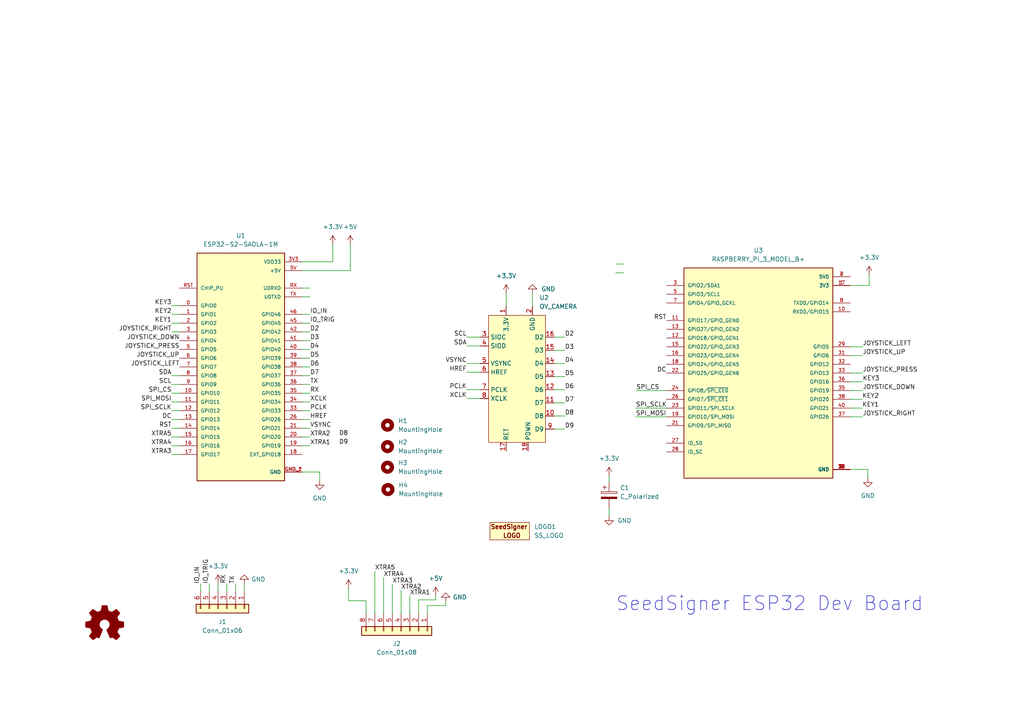
<source format=kicad_sch>
(kicad_sch (version 20211123) (generator eeschema)
  (paper "A4")
  (lib_symbols
    (symbol "Connector_Generic:Conn_01x06" (pin_names (offset 1.016) hide)
      (property "Reference" "J" (at 0 7.62 0))
      (property "Value" "Conn_01x06" (at 0 -10.16 0))
      (symbol "Conn_01x06_1_1"
        (rectangle (start -1.27 -7.493) (end 0 -7.747) (stroke (width 0.1524)))
        (rectangle (start -1.27 -4.953) (end 0 -5.207) (stroke (width 0.1524)))
        (rectangle (start -1.27 -2.413) (end 0 -2.667) (stroke (width 0.1524)))
        (rectangle (start -1.27 0.127) (end 0 -0.127) (stroke (width 0.1524)))
        (rectangle (start -1.27 2.667) (end 0 2.413) (stroke (width 0.1524)))
        (rectangle (start -1.27 5.207) (end 0 4.953) (stroke (width 0.1524)))
        (rectangle (start -1.27 6.35) (end 1.27 -8.89) (stroke (width 0.254)) (fill (type background)))
        (pin passive line (at -5.08 5.08 0) (length 3.81) (name "Pin_1") (number "1"))
        (pin passive line (at -5.08 2.54 0) (length 3.81) (name "Pin_2") (number "2"))
        (pin passive line (at -5.08 0 0) (length 3.81) (name "Pin_3") (number "3"))
        (pin passive line (at -5.08 -2.54 0) (length 3.81) (name "Pin_4") (number "4"))
        (pin passive line (at -5.08 -5.08 0) (length 3.81) (name "Pin_5") (number "5"))
        (pin passive line (at -5.08 -7.62 0) (length 3.81) (name "Pin_6") (number "6"))
      )
    )
    (symbol "Connector_Generic:Conn_01x08" (pin_names (offset 1.016) hide)
      (property "Reference" "J" (at 0 10.16 0))
      (property "Value" "Conn_01x08" (at 0 -12.7 0))
      (symbol "Conn_01x08_1_1"
        (rectangle (start -1.27 -10.033) (end 0 -10.287) (stroke (width 0.1524)))
        (rectangle (start -1.27 -7.493) (end 0 -7.747) (stroke (width 0.1524)))
        (rectangle (start -1.27 -4.953) (end 0 -5.207) (stroke (width 0.1524)))
        (rectangle (start -1.27 -2.413) (end 0 -2.667) (stroke (width 0.1524)))
        (rectangle (start -1.27 0.127) (end 0 -0.127) (stroke (width 0.1524)))
        (rectangle (start -1.27 2.667) (end 0 2.413) (stroke (width 0.1524)))
        (rectangle (start -1.27 5.207) (end 0 4.953) (stroke (width 0.1524)))
        (rectangle (start -1.27 7.747) (end 0 7.493) (stroke (width 0.1524)))
        (rectangle (start -1.27 8.89) (end 1.27 -11.43) (stroke (width 0.254)) (fill (type background)))
        (pin passive line (at -5.08 7.62 0) (length 3.81) (name "Pin_1") (number "1"))
        (pin passive line (at -5.08 5.08 0) (length 3.81) (name "Pin_2") (number "2"))
        (pin passive line (at -5.08 2.54 0) (length 3.81) (name "Pin_3") (number "3"))
        (pin passive line (at -5.08 0 0) (length 3.81) (name "Pin_4") (number "4"))
        (pin passive line (at -5.08 -2.54 0) (length 3.81) (name "Pin_5") (number "5"))
        (pin passive line (at -5.08 -5.08 0) (length 3.81) (name "Pin_6") (number "6"))
        (pin passive line (at -5.08 -7.62 0) (length 3.81) (name "Pin_7") (number "7"))
        (pin passive line (at -5.08 -10.16 0) (length 3.81) (name "Pin_8") (number "8"))
      )
    )
    (symbol "Device:C_Polarized" (pin_numbers hide) (pin_names (offset 0.254))
      (property "Reference" "C" (at 0.635 2.54 0))
      (property "Value" "C_Polarized" (at 0.635 -2.54 0))
      (symbol "C_Polarized_0_1"
        (rectangle (start -2.286 0.508) (end 2.286 1.016))
        (polyline (pts (xy -1.778 2.286) (xy -0.762 2.286)))
        (polyline (pts (xy -1.27 2.794) (xy -1.27 1.778)))
        (rectangle (start 2.286 -0.508) (end -2.286 -1.016) (fill (type outline)))
      )
      (symbol "C_Polarized_1_1"
        (pin passive line (at 0 3.81 270) (length 2.794) (name "~") (number "1"))
        (pin passive line (at 0 -3.81 90) (length 2.794) (name "~") (number "2"))
      )
    )
    (symbol "Graphic:Logo_Open_Hardware_Small" (pin_names (offset 1.016))
      (symbol "Logo_Open_Hardware_Small_0_1"
        (polyline (pts (xy 3.3528 -4.3434) (xy 3.302 -4.318) (xy 3.175 -4.2418) (xy 2.9972 -4.1148) (xy 2.7686 -3.9624) (xy 2.54 -3.81) (xy 2.3622 -3.7084) (xy 2.2352 -3.6068) (xy 2.1844 -3.5814) (xy 2.159 -3.6068) (xy 2.0574 -3.6576) (xy 1.905 -3.7338) (xy 1.8034 -3.7846) (xy 1.6764 -3.8354) (xy 1.6002 -3.8354) (xy 1.6002 -3.8354) (xy 1.5494 -3.7338) (xy 1.4732 -3.5306) (xy 1.3462 -3.302) (xy 1.2446 -3.0226) (xy 1.1176 -2.7178) (xy 0.9652 -2.413) (xy 0.8636 -2.1082) (xy 0.7366 -1.8288) (xy 0.6604 -1.6256) (xy 0.6096 -1.4732) (xy 0.5842 -1.397) (xy 0.5842 -1.397) (xy 0.6604 -1.3208) (xy 0.7874 -1.2446) (xy 1.0414 -1.016) (xy 1.2954 -0.6858) (xy 1.4478 -0.3302) (xy 1.524 0.0762) (xy 1.4732 0.4572) (xy 1.3208 0.8128) (xy 1.0668 1.143) (xy 0.762 1.3716) (xy 0.4064 1.524) (xy 0 1.5748) (xy -0.381 1.5494) (xy -0.7366 1.397) (xy -1.0668 1.143) (xy -1.2192 0.9906) (xy -1.397 0.6604) (xy -1.524 0.3048) (xy -1.524 0.2286) (xy -1.4986 -0.1778) (xy -1.397 -0.5334) (xy -1.1938 -0.8636) (xy -0.9144 -1.143) (xy -0.8636 -1.1684) (xy -0.7366 -1.27) (xy -0.635 -1.3462) (xy -0.5842 -1.397) (xy -1.0668 -2.5908) (xy -1.143 -2.794) (xy -1.2954 -3.1242) (xy -1.397 -3.4036) (xy -1.4986 -3.6322) (xy -1.5748 -3.7846) (xy -1.6002 -3.8354) (xy -1.6002 -3.8354) (xy -1.651 -3.8354) (xy -1.7272 -3.81) (xy -1.905 -3.7338) (xy -2.0066 -3.683) (xy -2.1336 -3.6068) (xy -2.2098 -3.5814) (xy -2.2606 -3.6068) (xy -2.3622 -3.683) (xy -2.54 -3.81) (xy -2.7686 -3.9624) (xy -2.9718 -4.0894) (xy -3.1496 -4.2164) (xy -3.302 -4.318) (xy -3.3528 -4.3434) (xy -3.3782 -4.3434) (xy -3.429 -4.318) (xy -3.5306 -4.2164) (xy -3.7084 -4.064) (xy -3.937 -3.8354) (xy -3.9624 -3.81) (xy -4.1656 -3.6068) (xy -4.318 -3.4544) (xy -4.4196 -3.3274) (xy -4.445 -3.2766) (xy -4.445 -3.2766) (xy -4.4196 -3.2258) (xy -4.318 -3.0734) (xy -4.2164 -2.8956) (xy -4.064 -2.667) (xy -3.6576 -2.0828) (xy -3.8862 -1.5494) (xy -3.937 -1.3716) (xy -4.0386 -1.1684) (xy -4.0894 -1.0414) (xy -4.1148 -0.9652) (xy -4.191 -0.9398) (xy -4.318 -0.9144) (xy -4.5466 -0.8636) (xy -4.8006 -0.8128) (xy -5.0546 -0.7874) (xy -5.2578 -0.7366) (xy -5.4356 -0.7112) (xy -5.5118 -0.6858) (xy -5.5118 -0.6858) (xy -5.5372 -0.635) (xy -5.5372 -0.5588) (xy -5.5372 -0.4318) (xy -5.5626 -0.2286) (xy -5.5626 0.0762) (xy -5.5626 0.127) (xy -5.5372 0.4064) (xy -5.5372 0.635) (xy -5.5372 0.762) (xy -5.5372 0.8382) (xy -5.5372 0.8382) (xy -5.461 0.8382) (xy -5.3086 0.889) (xy -5.08 0.9144) (xy -4.826 0.9652) (xy -4.8006 0.9906) (xy -4.5466 1.0414) (xy -4.318 1.0668) (xy -4.1656 1.1176) (xy -4.0894 1.143) (xy -4.0894 1.143) (xy -4.0386 1.2446) (xy -3.9624 1.4224) (xy -3.8608 1.6256) (xy -3.7846 1.8288) (xy -3.7084 2.0066) (xy -3.6576 2.159) (xy -3.6322 2.2098) (xy -3.6322 2.2098) (xy -3.683 2.286) (xy -3.7592 2.413) (xy -3.8862 2.5908) (xy -4.064 2.8194) (xy -4.064 2.8448) (xy -4.2164 3.0734) (xy -4.3434 3.2512) (xy -4.4196 3.3782) (xy -4.445 3.4544) (xy -4.445 3.4544) (xy -4.3942 3.5052) (xy -4.2926 3.6322) (xy -4.1148 3.81) (xy -3.937 4.0132) (xy -3.8608 4.064) (xy -3.6576 4.2926) (xy -3.5052 4.4196) (xy -3.4036 4.4958) (xy -3.3528 4.5212) (xy -3.3528 4.5212) (xy -3.302 4.4704) (xy -3.1496 4.3688) (xy -2.9718 4.2418) (xy -2.7432 4.0894) (xy -2.7178 4.0894) (xy -2.4892 3.937) (xy -2.3114 3.81) (xy -2.1844 3.7084) (xy -2.1336 3.683) (xy -2.1082 3.683) (xy -2.032 3.7084) (xy -1.8542 3.7592) (xy -1.6764 3.8354) (xy -1.4732 3.937) (xy -1.27 4.0132) (xy -1.143 4.064) (xy -1.0668 4.1148) (xy -1.0668 4.1148) (xy -1.0414 4.191) (xy -1.016 4.3434) (xy -0.9652 4.572) (xy -0.9144 4.8514) (xy -0.889 4.9022) (xy -0.8382 5.1562) (xy -0.8128 5.3848) (xy -0.7874 5.5372) (xy -0.762 5.588) (xy -0.7112 5.6134) (xy -0.5842 5.6134) (xy -0.4064 5.6134) (xy -0.1524 5.6134) (xy 0.0762 5.6134) (xy 0.3302 5.6134) (xy 0.5334 5.6134) (xy 0.6858 5.588) (xy 0.7366 5.588) (xy 0.7366 5.588) (xy 0.762 5.5118) (xy 0.8128 5.334) (xy 0.8382 5.1054) (xy 0.9144 4.826) (xy 0.9144 4.7752) (xy 0.9652 4.5212) (xy 1.016 4.2926) (xy 1.0414 4.1402) (xy 1.0668 4.0894) (xy 1.0668 4.0894) (xy 1.1938 4.0386) (xy 1.3716 3.9624) (xy 1.5748 3.8608) (xy 2.0828 3.6576) (xy 2.7178 4.0894) (xy 2.7686 4.1402) (xy 2.9972 4.2926) (xy 3.175 4.4196) (xy 3.302 4.4958) (xy 3.3782 4.5212) (xy 3.3782 4.5212) (xy 3.429 4.4704) (xy 3.556 4.3434) (xy 3.7338 4.191) (xy 3.9116 3.9878) (xy 4.064 3.8354) (xy 4.2418 3.6576) (xy 4.3434 3.556) (xy 4.4196 3.4798) (xy 4.4196 3.429) (xy 4.4196 3.4036) (xy 4.3942 3.3274) (xy 4.2926 3.2004) (xy 4.1656 2.9972) (xy 4.0132 2.794) (xy 3.8862 2.5908) (xy 3.7592 2.3876) (xy 3.6576 2.2352) (xy 3.6322 2.159) (xy 3.6322 2.1336) (xy 3.683 2.0066) (xy 3.7592 1.8288) (xy 3.8608 1.6002) (xy 4.064 1.1176) (xy 4.3942 1.0414) (xy 4.5974 1.016) (xy 4.8768 0.9652) (xy 5.1308 0.9144) (xy 5.5372 0.8382) (xy 5.5626 -0.6604) (xy 5.4864 -0.6858) (xy 5.4356 -0.6858) (xy 5.2832 -0.7366) (xy 5.0546 -0.762) (xy 4.8006 -0.8128) (xy 4.5974 -0.8636) (xy 4.3688 -0.9144) (xy 4.2164 -0.9398) (xy 4.1402 -0.9398) (xy 4.1148 -0.9652) (xy 4.064 -1.0668) (xy 3.9878 -1.2446) (xy 3.9116 -1.4478) (xy 3.81 -1.651) (xy 3.7338 -1.8542) (xy 3.683 -2.0066) (xy 3.6576 -2.0828) (xy 3.683 -2.1336) (xy 3.7846 -2.2606) (xy 3.8862 -2.4638) (xy 4.0386 -2.667) (xy 4.191 -2.8956) (xy 4.318 -3.0734) (xy 4.3942 -3.2004) (xy 4.445 -3.2766) (xy 4.4196 -3.3274) (xy 4.3434 -3.429) (xy 4.1656 -3.5814) (xy 3.937 -3.8354) (xy 3.8862 -3.8608) (xy 3.683 -4.064) (xy 3.5306 -4.2164) (xy 3.4036 -4.318) (xy 3.3528 -4.3434)) (fill (type outline)))
      )
    )
    (symbol "Mechanical:MountingHole" (pin_names (offset 1.016))
      (property "Reference" "H" (at 0 5.08 0))
      (property "Value" "MountingHole" (at 0 3.175 0))
      (symbol "MountingHole_0_1"
        (circle (center 0 0) (radius 1.27) (stroke (width 1.27)))
      )
    )
    (symbol "SeedSigner:ESP32-S2-SAOLA-1M" (pin_names (offset 1.016))
      (property "Reference" "U" (at -12.7 33.782 0))
      (property "Value" "ESP32-S2-SAOLA-1M" (at -12.7 -35.56 0))
      (symbol "ESP32-S2-SAOLA-1M_0_0"
        (rectangle (start -12.7 -33.02) (end 12.7 33.02) (stroke (width 0.254)) (fill (type background)))
        (pin bidirectional line (at -17.78 17.78 0) (length 5.08) (name "GPIO0") (number "0"))
        (pin bidirectional line (at -17.78 15.24 0) (length 5.08) (name "GPIO1") (number "1"))
        (pin bidirectional line (at -17.78 -7.62 0) (length 5.08) (name "GPIO10") (number "10"))
        (pin bidirectional line (at -17.78 -10.16 0) (length 5.08) (name "GPIO11") (number "11"))
        (pin bidirectional line (at -17.78 -12.7 0) (length 5.08) (name "GPIO12") (number "12"))
        (pin bidirectional line (at -17.78 -15.24 0) (length 5.08) (name "GPIO13") (number "13"))
        (pin bidirectional line (at -17.78 -17.78 0) (length 5.08) (name "GPIO14") (number "14"))
        (pin bidirectional line (at -17.78 -20.32 0) (length 5.08) (name "GPIO15") (number "15"))
        (pin bidirectional line (at -17.78 -22.86 0) (length 5.08) (name "GPIO16") (number "16"))
        (pin bidirectional line (at -17.78 -25.4 0) (length 5.08) (name "GPIO17") (number "17"))
        (pin bidirectional line (at 17.78 -25.4 180) (length 5.08) (name "EXT_GPIO18") (number "18"))
        (pin bidirectional line (at 17.78 -22.86 180) (length 5.08) (name "GPIO19") (number "19"))
        (pin bidirectional line (at -17.78 12.7 0) (length 5.08) (name "GPIO2") (number "2"))
        (pin bidirectional line (at 17.78 -20.32 180) (length 5.08) (name "GPIO20") (number "20"))
        (pin bidirectional line (at 17.78 -17.78 180) (length 5.08) (name "GPIO21") (number "21"))
        (pin bidirectional line (at 17.78 -15.24 180) (length 5.08) (name "GPIO26") (number "26"))
        (pin bidirectional line (at -17.78 10.16 0) (length 5.08) (name "GPIO3") (number "3"))
        (pin bidirectional line (at 17.78 -12.7 180) (length 5.08) (name "GPIO33") (number "33"))
        (pin bidirectional line (at 17.78 -10.16 180) (length 5.08) (name "GPIO34") (number "34"))
        (pin bidirectional line (at 17.78 -7.62 180) (length 5.08) (name "GPIO35") (number "35"))
        (pin bidirectional line (at 17.78 -5.08 180) (length 5.08) (name "GPIO36") (number "36"))
        (pin bidirectional line (at 17.78 -2.54 180) (length 5.08) (name "GPIO37") (number "37"))
        (pin bidirectional line (at 17.78 0 180) (length 5.08) (name "GPIO38") (number "38"))
        (pin bidirectional line (at 17.78 2.54 180) (length 5.08) (name "GPIO39") (number "39"))
        (pin power_in line (at 17.78 30.48 180) (length 5.08) (name "VDD33") (number "3V3"))
        (pin bidirectional line (at -17.78 7.62 0) (length 5.08) (name "GPIO4") (number "4"))
        (pin bidirectional line (at 17.78 5.08 180) (length 5.08) (name "GPIO40") (number "40"))
        (pin bidirectional line (at 17.78 7.62 180) (length 5.08) (name "GPIO41") (number "41"))
        (pin bidirectional line (at 17.78 10.16 180) (length 5.08) (name "GPIO42") (number "42"))
        (pin bidirectional line (at 17.78 12.7 180) (length 5.08) (name "GPIO45") (number "45"))
        (pin bidirectional line (at 17.78 15.24 180) (length 5.08) (name "GPIO46") (number "46"))
        (pin bidirectional line (at -17.78 5.08 0) (length 5.08) (name "GPIO5") (number "5"))
        (pin power_in line (at 17.78 27.94 180) (length 5.08) (name "+5V") (number "5V"))
        (pin bidirectional line (at -17.78 2.54 0) (length 5.08) (name "GPIO6") (number "6"))
        (pin bidirectional line (at -17.78 0 0) (length 5.08) (name "GPIO7") (number "7"))
        (pin bidirectional line (at -17.78 -2.54 0) (length 5.08) (name "GPIO8") (number "8"))
        (pin bidirectional line (at -17.78 -5.08 0) (length 5.08) (name "GPIO9") (number "9"))
        (pin power_in line (at 17.78 -30.48 180) (length 5.08) (name "GND") (number "GND_1"))
        (pin power_in line (at 17.78 -30.48 180) (length 5.08) (name "GND") (number "GND_2"))
        (pin bidirectional line (at -17.78 22.86 0) (length 5.08) (name "CHIP_PU") (number "RST"))
        (pin bidirectional line (at 17.78 22.86 180) (length 5.08) (name "U0RXD") (number "RX"))
        (pin bidirectional line (at 17.78 20.32 180) (length 5.08) (name "U0TXD") (number "TX"))
      )
    )
    (symbol "SeedSigner:OV_CAMERA"
      (property "Reference" "U" (at -8.89 7.62 0))
      (property "Value" "OV_CAMERA" (at -2.54 -21.59 0))
      (symbol "OV_CAMERA_0_1"
        (polyline (pts (xy -8.89 6.35) (xy -8.89 -30.48) (xy 7.62 -30.48) (xy 7.62 6.35) (xy -8.89 6.35)) (fill (type background)))
      )
      (symbol "OV_CAMERA_1_1"
        (pin input line (at -3.81 8.89 270) (length 2.54) (name "3.3V") (number "1"))
        (pin input line (at 10.16 -22.86 180) (length 2.54) (name "D8") (number "10"))
        (pin input line (at 10.16 -19.05 180) (length 2.54) (name "D7") (number "11"))
        (pin input line (at 10.16 -15.24 180) (length 2.54) (name "D6") (number "12"))
        (pin input line (at 10.16 -11.43 180) (length 2.54) (name "D5") (number "13"))
        (pin input line (at 10.16 -7.62 180) (length 2.54) (name "D4") (number "14"))
        (pin input line (at 10.16 -3.81 180) (length 2.54) (name "D3") (number "15"))
        (pin input line (at 10.16 0 180) (length 2.54) (name "D2") (number "16"))
        (pin input line (at -3.81 -33.02 90) (length 2.54) (name "RET") (number "17"))
        (pin input line (at 2.54 -33.02 90) (length 2.54) (name "PDWN") (number "18"))
        (pin input line (at 3.81 8.89 270) (length 2.54) (name "GND") (number "2"))
        (pin input line (at -11.43 0 0) (length 2.54) (name "SIOC") (number "3"))
        (pin input line (at -11.43 -2.54 0) (length 2.54) (name "SIOD") (number "4"))
        (pin input line (at -11.43 -7.62 0) (length 2.54) (name "VSYNC") (number "5"))
        (pin input line (at -11.43 -10.16 0) (length 2.54) (name "HREF") (number "6"))
        (pin input line (at -11.43 -15.24 0) (length 2.54) (name "PCLK") (number "7"))
        (pin input line (at -11.43 -17.78 0) (length 2.54) (name "XCLK") (number "8"))
        (pin input line (at 10.16 -26.67 180) (length 2.54) (name "D9") (number "9"))
      )
    )
    (symbol "SeedSigner:RASPBERRY_PI_3_MODEL_B+" (pin_names (offset 1.016))
      (property "Reference" "U" (at -22.86 27.94 0))
      (property "Value" "RASPBERRY_PI_3_MODEL_B+" (at -22.86 -37.465 0))
      (symbol "RASPBERRY_PI_3_MODEL_B+_0_0"
        (rectangle (start -22.86 -35.56) (end 20.32 25.4) (stroke (width 0.254)) (fill (type background)))
        (pin power_in line (at 25.4 20.32 180) (length 5.08) (name "3V3") (number "1"))
        (pin bidirectional line (at 25.4 12.7 180) (length 5.08) (name "RXD0/GPIO15") (number "10"))
        (pin bidirectional line (at -27.94 10.16 0) (length 5.08) (name "GPIO17/GPIO_GEN0") (number "11"))
        (pin bidirectional line (at -27.94 5.08 0) (length 5.08) (name "GPIO18/GPIO_GEN1") (number "12"))
        (pin bidirectional line (at -27.94 7.62 0) (length 5.08) (name "GPIO27/GPIO_GEN2") (number "13"))
        (pin power_in line (at 25.4 -33.02 180) (length 5.08) (name "GND") (number "14"))
        (pin bidirectional line (at -27.94 2.54 0) (length 5.08) (name "GPIO22/GPIO_GEN3") (number "15"))
        (pin bidirectional line (at -27.94 0 0) (length 5.08) (name "GPIO23/GPIO_GEN4") (number "16"))
        (pin power_in line (at 25.4 20.32 180) (length 5.08) (name "3V3") (number "17"))
        (pin bidirectional line (at -27.94 -2.54 0) (length 5.08) (name "GPIO24/GPIO_GEN5") (number "18"))
        (pin bidirectional line (at -27.94 -17.78 0) (length 5.08) (name "GPIO10/SPI_MOSI") (number "19"))
        (pin power_in line (at 25.4 22.86 180) (length 5.08) (name "5V0") (number "2"))
        (pin power_in line (at 25.4 -33.02 180) (length 5.08) (name "GND") (number "20"))
        (pin bidirectional line (at -27.94 -20.32 0) (length 5.08) (name "GPIO9/SPI_MISO") (number "21"))
        (pin bidirectional line (at -27.94 -5.08 0) (length 5.08) (name "GPIO25/GPIO_GEN6") (number "22"))
        (pin bidirectional line (at -27.94 -15.24 0) (length 5.08) (name "GPIO11/SPI_SCLK") (number "23"))
        (pin bidirectional line (at -27.94 -10.16 0) (length 5.08) (name "GPIO8/~{SPI_CE0}") (number "24"))
        (pin power_in line (at 25.4 -33.02 180) (length 5.08) (name "GND") (number "25"))
        (pin bidirectional line (at -27.94 -12.7 0) (length 5.08) (name "GPIO7/~{SPI_CE1}") (number "26"))
        (pin bidirectional line (at -27.94 -25.4 0) (length 5.08) (name "ID_SD") (number "27"))
        (pin bidirectional line (at -27.94 -27.94 0) (length 5.08) (name "ID_SC") (number "28"))
        (pin bidirectional line (at 25.4 2.54 180) (length 5.08) (name "GPIO5") (number "29"))
        (pin bidirectional line (at -27.94 20.32 0) (length 5.08) (name "GPIO2/SDA1") (number "3"))
        (pin power_in line (at 25.4 -33.02 180) (length 5.08) (name "GND") (number "30"))
        (pin bidirectional line (at 25.4 0 180) (length 5.08) (name "GPIO6") (number "31"))
        (pin bidirectional line (at 25.4 -2.54 180) (length 5.08) (name "GPIO12") (number "32"))
        (pin bidirectional line (at 25.4 -5.08 180) (length 5.08) (name "GPIO13") (number "33"))
        (pin power_in line (at 25.4 -33.02 180) (length 5.08) (name "GND") (number "34"))
        (pin bidirectional line (at 25.4 -10.16 180) (length 5.08) (name "GPIO19") (number "35"))
        (pin bidirectional line (at 25.4 -7.62 180) (length 5.08) (name "GPIO16") (number "36"))
        (pin bidirectional line (at 25.4 -17.78 180) (length 5.08) (name "GPIO26") (number "37"))
        (pin bidirectional line (at 25.4 -12.7 180) (length 5.08) (name "GPIO20") (number "38"))
        (pin power_in line (at 25.4 -33.02 180) (length 5.08) (name "GND") (number "39"))
        (pin power_in line (at 25.4 22.86 180) (length 5.08) (name "5V0") (number "4"))
        (pin bidirectional line (at 25.4 -15.24 180) (length 5.08) (name "GPIO21") (number "40"))
        (pin bidirectional line (at -27.94 17.78 0) (length 5.08) (name "GPIO3/SCL1") (number "5"))
        (pin power_in line (at 25.4 -33.02 180) (length 5.08) (name "GND") (number "6"))
        (pin bidirectional line (at -27.94 15.24 0) (length 5.08) (name "GPIO4/GPIO_GCKL") (number "7"))
        (pin bidirectional line (at 25.4 15.24 180) (length 5.08) (name "TXD0/GPIO14") (number "8"))
        (pin power_in line (at 25.4 -33.02 180) (length 5.08) (name "GND") (number "9"))
      )
    )
    (symbol "SeedSigner:SS_LOGO" (pin_numbers hide) (pin_names (offset 0) hide) (in_bom no)
      (property "Reference" "LOGO" (at 0 3.81 0))
      (property "Value" "SS_LOGO" (at 0 2.54 0))
      (symbol "SS_LOGO_0_0"
        (text "LOGO" (at 0 -2.54 0) (effects (font (size 1.27 1.27) bold)))
        (text "SeedSigner" (at -0.8 0 0) (effects (font (size 1.27 1.27) bold)))
      )
      (symbol "SS_LOGO_0_1"
        (rectangle (start 5.08 1.27) (end -6.35 -3.81) (fill (type background)))
      )
    )
    (symbol "power:+3.3V" (power) (pin_names (offset 0))
      (property "Value" "+3.3V" (at 0 3.556 0))
      (symbol "+3.3V_0_1"
        (polyline (pts (xy -0.762 1.27) (xy 0 2.54)))
        (polyline (pts (xy 0 0) (xy 0 2.54)))
        (polyline (pts (xy 0 2.54) (xy 0.762 1.27)))
      )
      (symbol "+3.3V_1_1"
        (pin power_in line (at 0 0 90) (length 0) hide (name "+3.3V") (number "1"))
      )
    )
    (symbol "power:+5V" (power) (pin_names (offset 0))
      (property "Value" "+5V" (at 0 3.556 0))
      (symbol "+5V_0_1"
        (polyline (pts (xy -0.762 1.27) (xy 0 2.54)))
        (polyline (pts (xy 0 0) (xy 0 2.54)))
        (polyline (pts (xy 0 2.54) (xy 0.762 1.27)))
      )
      (symbol "+5V_1_1"
        (pin power_in line (at 0 0 90) (length 0) hide (name "+5V") (number "1"))
      )
    )
    (symbol "power:GND" (power) (pin_names (offset 0))
      (property "Value" "GND" (at 0 -3.81 0))
      (symbol "GND_0_1"
        (polyline (pts (xy 0 0) (xy 0 -1.27) (xy 1.27 -1.27) (xy 0 -2.54) (xy -1.27 -1.27) (xy 0 -1.27)))
      )
      (symbol "GND_1_1"
        (pin power_in line (at 0 0 270) (length 0) hide (name "GND") (number "1"))
      )
    )
  )
  (wire (pts (xy 163.83 113.03) (xy 160.782 113.03)))
  (wire (pts (xy 163.83 101.6) (xy 160.782 101.6)))
  (wire (pts (xy 163.83 124.46) (xy 160.782 124.46)))
  (wire (pts (xy 135.382 107.95) (xy 139.192 107.95)))
  (wire (pts (xy 163.83 116.84) (xy 160.782 116.84)))
  (wire (pts (xy 135.382 105.41) (xy 139.192 105.41)))
  (wire (pts (xy 163.83 109.22) (xy 160.782 109.22)))
  (wire (pts (xy 87.63 86.106) (xy 89.916 86.106)))
  (wire (pts (xy 87.63 75.946) (xy 96.52 75.946)))
  (wire (pts (xy 87.63 93.726) (xy 89.916 93.726)))
  (wire (pts (xy 246.634 136.144) (xy 251.714 136.144)))
  (wire (pts (xy 113.792 169.418) (xy 113.792 177.927)))
  (wire (pts (xy 250.19 113.284) (xy 246.634 113.284)))
  (wire (pts (xy 250.19 103.124) (xy 246.634 103.124)))
  (wire (pts (xy 49.784 88.646) (xy 52.07 88.646)))
  (wire (pts (xy 126.365 173.99) (xy 121.412 173.99)))
  (wire (pts (xy 49.784 119.126) (xy 52.07 119.126)))
  (wire (pts (xy 87.63 78.486) (xy 101.6 78.486)))
  (wire (pts (xy 250.063 115.824) (xy 246.634 115.824)))
  (wire (pts (xy 49.784 121.666) (xy 52.07 121.666)))
  (wire (pts (xy 49.784 129.286) (xy 52.07 129.286)))
  (wire (pts (xy 121.412 173.99) (xy 121.412 177.927)))
  (wire (pts (xy 246.634 82.804) (xy 252.095 82.804)))
  (wire (pts (xy 180.848 79.121) (xy 178.562 79.121)))
  (wire (pts (xy 101.092 174.244) (xy 106.172 174.244)))
  (wire (pts (xy 49.784 108.966) (xy 52.07 108.966)))
  (wire (pts (xy 135.382 115.57) (xy 139.192 115.57)))
  (wire (pts (xy 250.19 108.204) (xy 246.634 108.204)))
  (wire (pts (xy 87.63 136.906) (xy 92.71 136.906)))
  (wire (pts (xy 108.712 165.608) (xy 108.712 177.927)))
  (wire (pts (xy 163.83 120.65) (xy 160.782 120.65)))
  (wire (pts (xy 154.432 85.09) (xy 154.432 88.9)))
  (wire (pts (xy 176.657 138.049) (xy 176.657 139.827)))
  (wire (pts (xy 89.916 106.426) (xy 87.63 106.426)))
  (wire (pts (xy 89.916 111.506) (xy 87.63 111.506)))
  (wire (pts (xy 89.916 116.586) (xy 87.63 116.586)))
  (wire (pts (xy 135.382 97.79) (xy 139.192 97.79)))
  (wire (pts (xy 96.52 75.946) (xy 96.52 70.866)))
  (wire (pts (xy 49.784 111.506) (xy 52.07 111.506)))
  (wire (pts (xy 129.286 174.498) (xy 129.286 175.641)))
  (wire (pts (xy 251.714 136.144) (xy 251.714 138.684)))
  (wire (pts (xy 180.848 76.581) (xy 178.562 76.581)))
  (wire (pts (xy 184.404 118.364) (xy 193.294 118.364)))
  (wire (pts (xy 87.63 91.186) (xy 89.916 91.186)))
  (wire (pts (xy 126.365 172.847) (xy 126.365 173.99)))
  (wire (pts (xy 250.19 100.584) (xy 246.634 100.584)))
  (wire (pts (xy 101.092 170.688) (xy 101.092 174.244)))
  (wire (pts (xy 118.872 172.847) (xy 118.872 177.927)))
  (wire (pts (xy 250.19 110.744) (xy 246.634 110.744)))
  (wire (pts (xy 49.784 116.586) (xy 52.07 116.586)))
  (wire (pts (xy 184.404 120.904) (xy 193.294 120.904)))
  (wire (pts (xy 89.916 103.886) (xy 87.63 103.886)))
  (wire (pts (xy 70.866 169.291) (xy 70.866 171.45)))
  (wire (pts (xy 163.83 97.79) (xy 160.782 97.79)))
  (wire (pts (xy 58.166 169.291) (xy 58.166 171.45)))
  (wire (pts (xy 89.916 114.046) (xy 87.63 114.046)))
  (wire (pts (xy 135.382 113.03) (xy 139.192 113.03)))
  (wire (pts (xy 89.916 119.126) (xy 87.63 119.126)))
  (wire (pts (xy 146.812 85.09) (xy 146.812 88.9)))
  (wire (pts (xy 89.916 124.206) (xy 87.63 124.206)))
  (wire (pts (xy 252.095 82.804) (xy 252.095 79.756)))
  (wire (pts (xy 101.6 70.866) (xy 101.6 78.486)))
  (wire (pts (xy 89.916 101.346) (xy 87.63 101.346)))
  (wire (pts (xy 129.286 175.641) (xy 123.952 175.641)))
  (wire (pts (xy 49.784 91.186) (xy 52.07 91.186)))
  (wire (pts (xy 87.63 83.566) (xy 89.916 83.566)))
  (wire (pts (xy 116.332 171.196) (xy 116.332 177.927)))
  (wire (pts (xy 65.786 169.291) (xy 65.786 171.45)))
  (wire (pts (xy 63.246 169.291) (xy 63.246 171.45)))
  (wire (pts (xy 89.916 96.266) (xy 87.63 96.266)))
  (wire (pts (xy 60.706 169.291) (xy 60.706 171.45)))
  (wire (pts (xy 49.784 114.046) (xy 52.07 114.046)))
  (wire (pts (xy 89.916 129.286) (xy 87.63 129.286)))
  (wire (pts (xy 68.326 169.291) (xy 68.326 171.45)))
  (wire (pts (xy 89.916 98.806) (xy 87.63 98.806)))
  (wire (pts (xy 176.657 149.733) (xy 176.657 147.447)))
  (wire (pts (xy 135.382 100.33) (xy 139.192 100.33)))
  (wire (pts (xy 89.916 126.746) (xy 87.63 126.746)))
  (wire (pts (xy 163.83 105.41) (xy 160.782 105.41)))
  (wire (pts (xy 89.916 108.966) (xy 87.63 108.966)))
  (wire (pts (xy 184.531 113.284) (xy 193.294 113.284)))
  (wire (pts (xy 250.19 120.904) (xy 246.634 120.904)))
  (wire (pts (xy 123.952 175.641) (xy 123.952 177.927)))
  (wire (pts (xy 89.916 121.666) (xy 87.63 121.666)))
  (wire (pts (xy 49.784 124.206) (xy 52.07 124.206)))
  (wire (pts (xy 49.784 93.726) (xy 52.07 93.726)))
  (wire (pts (xy 49.784 96.266) (xy 52.07 96.266)))
  (wire (pts (xy 250.063 118.364) (xy 246.634 118.364)))
  (wire (pts (xy 49.784 131.826) (xy 52.07 131.826)))
  (wire (pts (xy 49.784 126.746) (xy 52.07 126.746)))
  (wire (pts (xy 111.252 167.513) (xy 111.252 177.927)))
  (wire (pts (xy 106.172 174.244) (xy 106.172 177.927)))
  (wire (pts (xy 92.71 136.906) (xy 92.71 139.446)))
  (text "SeedSigner ESP32 Dev Board" (at 178.562 177.546 0) (effects (font (size 4 4)) (justify left bottom)))
  (label "JOYSTICK_RIGHT" (at 49.784 96.266 180))
  (label "D2" (at 163.83 97.79 0))
  (label "KEY2" (at 49.784 91.186 180))
  (label "RST" (at 193.294 92.964 180))
  (label "KEY2" (at 250.063 115.824 0))
  (label "RST" (at 49.784 124.206 180))
  (label "HREF" (at 89.916 121.666 0))
  (label "TX" (at 68.326 169.291 90))
  (label "XTRA4" (at 111.252 167.513 0))
  (label "IO_TRIG" (at 89.916 93.726 0))
  (label "XTRA5" (at 108.712 165.608 0))
  (label "SCL" (at 135.382 97.79 180))
  (label "KEY3" (at 49.784 88.646 180))
  (label "HREF" (at 135.382 107.95 180))
  (label "SPI_MOSI" (at 184.404 120.904 0))
  (label "SPI_MOSI" (at 49.784 116.586 180))
  (label "D7" (at 163.83 116.84 0))
  (label "SDA" (at 49.784 108.966 180))
  (label "D5" (at 163.83 109.22 0))
  (label "JOYSTICK_DOWN" (at 52.07 98.806 180))
  (label "XTRA2" (at 89.916 126.746 0))
  (label "JOYSTICK_LEFT" (at 52.07 106.426 180))
  (label "SDA" (at 135.382 100.33 180))
  (label "SPI_SCLK" (at 184.404 118.364 0))
  (label "XTRA2" (at 116.332 171.196 0))
  (label "TX" (at 89.916 111.506 0))
  (label "D4" (at 89.916 101.346 0))
  (label "VSYNC" (at 89.916 124.206 0))
  (label "KEY3" (at 250.19 110.744 0))
  (label "RX" (at 65.786 169.291 90))
  (label "XTRA1" (at 89.916 129.286 0))
  (label "DC" (at 193.294 108.204 180))
  (label "JOYSTICK_LEFT" (at 250.19 100.584 0))
  (label "XCLK" (at 135.382 115.57 180))
  (label "SPI_SCLK" (at 49.784 119.126 180))
  (label "KEY1" (at 49.784 93.726 180))
  (label "D5" (at 89.916 103.886 0))
  (label "KEY1" (at 250.063 118.364 0))
  (label "XCLK" (at 89.916 116.586 0))
  (label "XTRA3" (at 49.784 131.826 180))
  (label "XTRA1" (at 118.872 172.847 0))
  (label "SCL" (at 49.784 111.506 180))
  (label "D7" (at 89.916 108.966 0))
  (label "JOYSTICK_DOWN" (at 250.19 113.284 0))
  (label "DC" (at 49.784 121.666 180))
  (label "JOYSTICK_UP" (at 52.07 103.886 180))
  (label "JOYSTICK_UP" (at 250.19 103.124 0))
  (label "D9" (at 163.83 124.46 0))
  (label "IO_IN" (at 58.166 169.291 90))
  (label "IO_IN" (at 89.916 91.186 0))
  (label "D6" (at 163.83 113.03 0))
  (label "D4" (at 163.83 105.41 0))
  (label "D3" (at 89.916 98.806 0))
  (label "D2" (at 89.916 96.266 0))
  (label "SPI_CS" (at 184.531 113.284 0))
  (label "PCLK" (at 89.916 119.126 0))
  (label "D9" (at 98.298 129.159 0))
  (label "JOYSTICK_RIGHT" (at 250.19 120.904 0))
  (label "PCLK" (at 135.382 113.03 180))
  (label "XTRA5" (at 49.784 126.746 180))
  (label "XTRA3" (at 113.792 169.418 0))
  (label "RX" (at 89.916 114.046 0))
  (label "D8" (at 163.83 120.65 0))
  (label "VSYNC" (at 135.382 105.41 180))
  (label "JOYSTICK_PRESS" (at 250.19 108.204 0))
  (label "D8" (at 98.298 126.619 0))
  (label "IO_TRIG" (at 60.706 169.291 90))
  (label "D6" (at 89.916 106.426 0))
  (label "D3" (at 163.83 101.6 0))
  (label "SPI_CS" (at 49.784 114.046 180))
  (label "JOYSTICK_PRESS" (at 52.07 101.346 180))
  (label "XTRA4" (at 49.784 129.286 180))
  (symbol (lib_id "Device:C_Polarized") (at 176.657 143.637 0) (unit 1)
    (property "Reference" "C1" (at 179.832 141.4779 0) (effects (justify left)))
    (property "Value" "C_Polarized" (at 179.832 144.0179 0) (effects (justify left)))
    (property "Footprint" "Capacitor_THT:CP_Radial_D5.0mm_P2.50mm" (effects hide))
  )
  (symbol (lib_id "SeedSigner:OV_CAMERA") (at 150.622 97.79 0) (unit 1)
    (property "Reference" "U2" (at 156.4514 86.36 0) (effects (justify left)))
    (property "Value" "OV_CAMERA" (at 156.4514 88.9 0) (effects (justify left)))
    (property "Footprint" "SeedSigner:OV_Camera" (effects hide))
  )
  (symbol (lib_id "SeedSigner:SS_LOGO") (at 148.463 152.781 0) (unit 1) (in_bom no)
    (property "Reference" "LOGO1" (at 154.94 152.7809 0) (effects (justify left)))
    (property "Value" "SS_LOGO" (at 154.94 155.3209 0) (effects (justify left)))
    (property "Footprint" "SeedSigner:seedsigner-logo-small" (effects hide))
  )
  (symbol (lib_id "power:+3.3V") (at 252.095 79.756 0) (unit 1)
    (property "Reference" "#PWR09" (effects hide))
    (property "Value" "+3.3V" (at 252.095 74.676 0))
  )
  (symbol (lib_id "SeedSigner:RASPBERRY_PI_3_MODEL_B+") (at 221.234 103.124 0) (unit 1)
    (property "Reference" "U3" (at 219.964 72.644 0))
    (property "Value" "RASPBERRY_PI_3_MODEL_B+" (at 219.964 75.184 0))
    (property "Footprint" "SeedSigner:WAVESHARE_LCD_BUTTON" (effects hide))
    (property "STANDARD" "Manufacturer Recommendations" (effects hide))
    (property "MANUFACTURER" "Raspberry Pi" (effects hide))
    (property "MAXIMUM_PACKAGE_HIEGHT" "18mm" (effects hide))
    (property "PARTREV" "1.0" (effects hide))
  )
  (symbol (lib_id "power:+3.3V") (at 146.812 85.09 0) (unit 1)
    (property "Reference" "#PWR04" (effects hide))
    (property "Value" "+3.3V" (at 146.812 80.01 0))
  )
  (symbol (lib_id "power:GND") (at 70.866 169.291 180) (unit 1)
    (property "Reference" "#PWR014" (effects hide))
    (property "Value" "GND" (at 72.898 168.0209 0) (effects (justify right)))
  )
  (symbol (lib_id "Mechanical:MountingHole") (at 112.395 123.317 0) (unit 1)
    (property "Reference" "H1" (at 115.443 122.0469 0) (effects (justify left)))
    (property "Value" "MountingHole" (at 115.443 124.5869 0) (effects (justify left)))
    (property "Footprint" "SeedSigner:MOUNT_HOLE_3MM" (effects hide))
  )
  (symbol (lib_id "power:GND") (at 251.714 138.684 0) (unit 1)
    (property "Reference" "#PWR06" (effects hide))
    (property "Value" "GND" (at 251.714 143.764 0))
  )
  (symbol (lib_id "power:+5V") (at 101.6 70.866 0) (unit 1)
    (property "Reference" "#PWR03" (effects hide))
    (property "Value" "+5V" (at 101.6 65.786 0))
  )
  (symbol (lib_id "Mechanical:MountingHole") (at 112.395 129.54 0) (unit 1)
    (property "Reference" "H2" (at 115.443 128.2699 0) (effects (justify left)))
    (property "Value" "MountingHole" (at 115.443 130.8099 0) (effects (justify left)))
    (property "Footprint" "SeedSigner:MOUNT_HOLE_3MM" (effects hide))
  )
  (symbol (lib_id "power:+3.3V") (at 101.092 170.688 0) (unit 1)
    (property "Reference" "#PWR010" (effects hide))
    (property "Value" "+3.3V" (at 101.092 165.608 0))
  )
  (symbol (lib_id "power:+3.3V") (at 63.246 169.291 0) (unit 1)
    (property "Reference" "#PWR013" (effects hide))
    (property "Value" "+3.3V" (at 63.246 164.211 0))
  )
  (symbol (lib_id "Graphic:Logo_Open_Hardware_Small") (at 30.353 181.229 0) (unit 1)
    (property "Reference" "#LOGO1" (effects hide))
    (property "Value" "Logo_Open_Hardware_Small" (effects hide))
  )
  (symbol (lib_id "SeedSigner:ESP32-S2-SAOLA-1M") (at 69.85 106.426 0) (unit 1)
    (property "Reference" "U1" (at 69.85 68.326 0))
    (property "Value" "ESP32-S2-SAOLA-1M" (at 69.85 70.866 0))
    (property "Footprint" "SeedSigner:MODULE_ESP32-S2-SAOLA-1M" (effects hide))
    (property "STANDARD" "Manufacturer Recommendations" (effects hide))
    (property "MANUFACTURER" "Espressif Systems" (effects hide))
    (property "PARTREV" "v1.2" (effects hide))
  )
  (symbol (lib_id "power:+5V") (at 126.365 172.847 0) (unit 1)
    (property "Reference" "#PWR011" (effects hide))
    (property "Value" "+5V" (at 126.365 167.767 0))
  )
  (symbol (lib_id "power:GND") (at 176.657 149.733 0) (unit 1)
    (property "Reference" "#PWR08" (effects hide))
    (property "Value" "GND" (at 179.07 151.0029 0) (effects (justify left)))
  )
  (symbol (lib_id "Mechanical:MountingHole") (at 112.522 141.986 0) (unit 1)
    (property "Reference" "H4" (at 115.57 140.7159 0) (effects (justify left)))
    (property "Value" "MountingHole" (at 115.57 143.2559 0) (effects (justify left)))
    (property "Footprint" "SeedSigner:MOUNT_HOLE_3MM" (effects hide))
  )
  (symbol (lib_id "power:+3.3V") (at 96.52 70.866 0) (unit 1)
    (property "Reference" "#PWR02" (effects hide))
    (property "Value" "+3.3V" (at 96.52 65.786 0))
  )
  (symbol (lib_id "power:+3.3V") (at 176.657 138.049 0) (unit 1)
    (property "Reference" "#PWR07" (effects hide))
    (property "Value" "+3.3V" (at 176.657 132.969 0))
  )
  (symbol (lib_id "power:GND") (at 154.432 85.09 180) (unit 1)
    (property "Reference" "#PWR05" (effects hide))
    (property "Value" "GND" (at 156.972 83.8199 0) (effects (justify right)))
  )
  (symbol (lib_id "power:GND") (at 129.286 174.498 180) (unit 1)
    (property "Reference" "#PWR012" (effects hide))
    (property "Value" "GND" (at 131.318 173.2279 0) (effects (justify right)))
  )
  (symbol (lib_id "Connector_Generic:Conn_01x08") (at 116.332 183.007 270) (unit 1)
    (property "Reference" "J2" (at 115.062 186.69 90))
    (property "Value" "Conn_01x08" (at 115.062 189.23 90))
    (property "Footprint" "Connector_PinSocket_2.00mm:PinSocket_1x08_P2.00mm_Vertical" (effects hide))
  )
  (symbol (lib_id "Mechanical:MountingHole") (at 112.395 135.509 0) (unit 1)
    (property "Reference" "H3" (at 115.443 134.2389 0) (effects (justify left)))
    (property "Value" "MountingHole" (at 115.443 136.7789 0) (effects (justify left)))
    (property "Footprint" "SeedSigner:MOUNT_HOLE_3MM" (effects hide))
  )
  (symbol (lib_id "Connector_Generic:Conn_01x06") (at 65.786 176.53 270) (unit 1)
    (property "Reference" "J1" (at 64.516 180.34 90))
    (property "Value" "Conn_01x06" (at 64.516 182.88 90))
    (property "Footprint" "Connector_PinHeader_2.54mm:PinHeader_1x06_P2.54mm_Vertical" (effects hide))
  )
  (symbol (lib_id "power:GND") (at 92.71 139.446 0) (unit 1)
    (property "Reference" "#PWR01" (effects hide))
    (property "Value" "GND" (at 92.71 144.526 0))
  )
)
</source>
